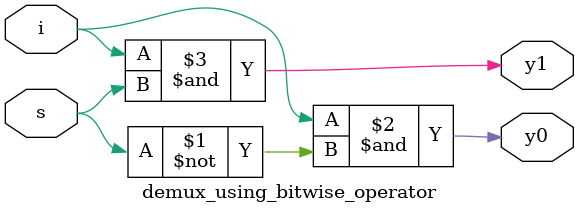
<source format=v>
`timescale 1ns / 1ps


module demux_using_bitwise_operator(
input i,s,
output y0,y1);

assign y0 = i&~s;
assign y1 = i&s;
endmodule

</source>
